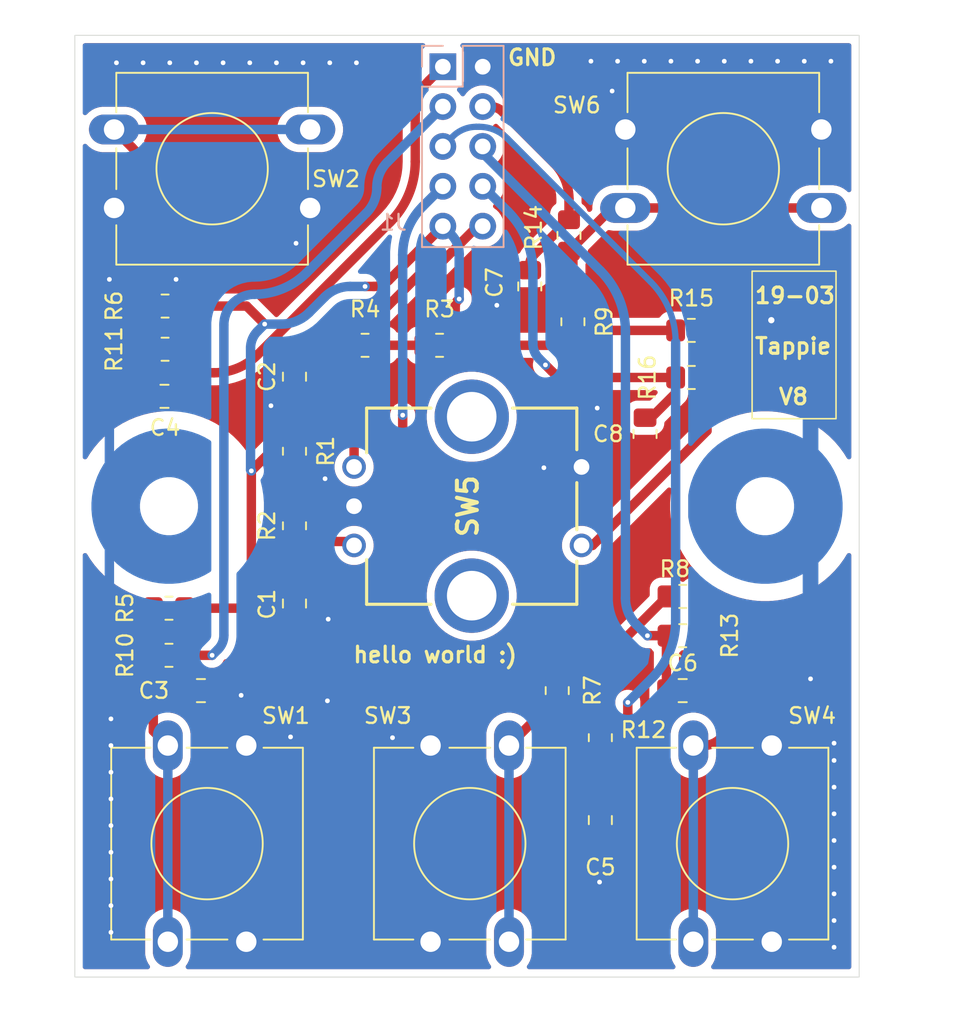
<source format=kicad_pcb>
(kicad_pcb (version 20241229) (generator "pcbnew") (generator_version "9.0")
  (title_block (comment 4 "AISLER Project ID: YIWGWVPE"))
  (layers (0 "F.Cu" signal) (2 "B.Cu" signal) (13 "F.Paste" user) (15 "B.Paste" user) (5 "F.SilkS" user "F.Silkscreen") (7 "B.SilkS" user "B.Silkscreen") (1 "F.Mask" user) (3 "B.Mask" user) (25 "Edge.Cuts" user))
  (net 0 "")
  (net 1 "Net-(R10-Pad1)")
  (net 2 "Net-(R11-Pad1)")
  (net 3 "Net-(R12-Pad1)")
  (net 4 "Net-(R13-Pad1)")
  (net 7 "Net-(R14-Pad1)")
  (net 8 "Net-(R1-Pad2)")
  (net 9 "Net-(R3-Pad2)")
  (net 10 "GND")
  (net 11 "+5V")
  (net 12 "/SW1 Port")
  (net 13 "/SW2 Port")
  (net 14 "/SW3 Port")
  (net 15 "/SW4 Port")
  (net 16 "/SW6 Port")
  (net 17 "/B1 Port")
  (net 18 "/A1 Port")
  (net 19 "/Encode")
  (net 20 "Net-(SW5-NO)")
  (footprint "Resistor_SMD:R_0805_2012Metric_Pad1.20x1.40mm_HandSolder" (layer "F.Cu") (at 91.8 61.8)
    (property "Reference" "R15" (at 0 -2.05 0) (layer "F.SilkS"))
    (property "Value" "1K")
    (pad "1" smd roundrect (at -1 0) (size 1.2 1.4) (layers "F.Cu" "F.Mask" "F.Paste") (roundrect_rratio 0.208333) (net 11 "+5V"))
    (pad "2" smd roundrect (at 1 0) (size 1.2 1.4) (layers "F.Cu" "F.Mask" "F.Paste") (roundrect_rratio 0.208333) (net 20 "Net-(SW5-NO)"))
  )
  (footprint "Resistor_SMD:R_0805_2012Metric_Pad1.20x1.40mm_HandSolder" (layer "F.Cu") (at 91.25 78.75)
    (property "Reference" "R8" (at -0.5 -1.75 0) (layer "F.SilkS"))
    (property "Value" "1K")
    (pad "1" smd roundrect (at -1 0) (size 1.2 1.4) (layers "F.Cu" "F.Mask" "F.Paste") (roundrect_rratio 0.208333) (net 11 "+5V"))
    (pad "2" smd roundrect (at 1 0) (size 1.2 1.4) (layers "F.Cu" "F.Mask" "F.Paste") (roundrect_rratio 0.208333) (net 4 "Net-(R13-Pad1)"))
  )
  (footprint "Resistor_SMD:R_0805_2012Metric_Pad1.20x1.40mm_HandSolder" (layer "F.Cu") (at 66.5 74.25 -90)
    (property "Reference" "R2" (at 0 1.75 90) (layer "F.SilkS"))
    (property "Value" "10K")
    (pad "1" smd roundrect (at -1 0 270) (size 1.2 1.4) (layers "F.Cu" "F.Mask" "F.Paste") (roundrect_rratio 0.208333) (net 8 "Net-(R1-Pad2)"))
    (pad "2" smd roundrect (at 1 0 270) (size 1.2 1.4) (layers "F.Cu" "F.Mask" "F.Paste") (roundrect_rratio 0.208333) (net 17 "/B1 Port"))
  )
  (footprint "MountingHole:MountingHole_3.2mm_M3" (layer "F.Cu") (at 58.5 73)
    (property "Reference" "REF**" (hide yes))
    (property "Value" "MountingHole_3.2mm_M3")
    (pad "" np_thru_hole circle (at 0 0) (size 3.2 3.2) (drill 3.2) (layers "*.Cu" "*.Mask"))
  )
  (footprint "Resistor_SMD:R_0805_2012Metric_Pad1.20x1.40mm_HandSolder" (layer "F.Cu") (at 58.5 82.5)
    (property "Reference" "R10" (at -2.8 0 90) (layer "F.SilkS"))
    (property "Value" "10K")
    (pad "1" smd roundrect (at -1 0) (size 1.2 1.4) (layers "F.Cu" "F.Mask" "F.Paste") (roundrect_rratio 0.208333) (net 1 "Net-(R10-Pad1)"))
    (pad "2" smd roundrect (at 1 0) (size 1.2 1.4) (layers "F.Cu" "F.Mask" "F.Paste") (roundrect_rratio 0.208333) (net 12 "/SW1 Port"))
  )
  (footprint "Capacitor_SMD:C_0805_2012Metric_Pad1.18x1.45mm_HandSolder" (layer "F.Cu") (at 88.85 68.4 -90)
    (property "Reference" "C8" (at 0 2.35 0) (layer "F.SilkS"))
    (property "Value" "1μF")
    (pad "1" smd roundrect (at -1.0375 0 270) (size 1.175 1.45) (layers "F.Cu" "F.Mask" "F.Paste") (roundrect_rratio 0.212766) (net 19 "/Encode"))
    (pad "2" smd roundrect (at 1.0375 0 270) (size 1.175 1.45) (layers "F.Cu" "F.Mask" "F.Paste") (roundrect_rratio 0.212766) (net 10 "GND"))
  )
  (footprint "Resistor_SMD:R_0805_2012Metric_Pad1.20x1.40mm_HandSolder" (layer "F.Cu") (at 91.8 64.8 180)
    (property "Reference" "R16" (at 2.8 0 90) (layer "F.SilkS"))
    (property "Value" "10K")
    (pad "1" smd roundrect (at -1 0 180) (size 1.2 1.4) (layers "F.Cu" "F.Mask" "F.Paste") (roundrect_rratio 0.208333) (net 20 "Net-(SW5-NO)"))
    (pad "2" smd roundrect (at 1 0 180) (size 1.2 1.4) (layers "F.Cu" "F.Mask" "F.Paste") (roundrect_rratio 0.208333) (net 19 "/Encode"))
  )
  (footprint "Capacitor_SMD:C_0805_2012Metric_Pad1.18x1.45mm_HandSolder" (layer "F.Cu") (at 91.25 84.75)
    (property "Reference" "C6" (at 0 -1.75 180) (layer "F.SilkS"))
    (property "Value" "1μF")
    (pad "1" smd roundrect (at -1.0375 0) (size 1.175 1.45) (layers "F.Cu" "F.Mask" "F.Paste") (roundrect_rratio 0.212766) (net 15 "/SW4 Port"))
    (pad "2" smd roundrect (at 1.0375 0) (size 1.175 1.45) (layers "F.Cu" "F.Mask" "F.Paste") (roundrect_rratio 0.212766) (net 10 "GND"))
  )
  (footprint "Resistor_SMD:R_0805_2012Metric_Pad1.20x1.40mm_HandSolder" (layer "F.Cu") (at 86 87.75 -90)
    (property "Reference" "R12" (at -0.5 -2.75 180) (layer "F.SilkS"))
    (property "Value" "10K")
    (pad "1" smd roundrect (at -1 0 270) (size 1.2 1.4) (layers "F.Cu" "F.Mask" "F.Paste") (roundrect_rratio 0.208333) (net 3 "Net-(R12-Pad1)"))
    (pad "2" smd roundrect (at 1 0 270) (size 1.2 1.4) (layers "F.Cu" "F.Mask" "F.Paste") (roundrect_rratio 0.208333) (net 14 "/SW3 Port"))
  )
  (footprint "Resistor_SMD:R_0805_2012Metric_Pad1.20x1.40mm_HandSolder" (layer "F.Cu") (at 58.25 63)
    (property "Reference" "R11" (at -3.25 0 90) (layer "F.SilkS"))
    (property "Value" "10K")
    (pad "1" smd roundrect (at -1 0) (size 1.2 1.4) (layers "F.Cu" "F.Mask" "F.Paste") (roundrect_rratio 0.208333) (net 2 "Net-(R11-Pad1)"))
    (pad "2" smd roundrect (at 1 0) (size 1.2 1.4) (layers "F.Cu" "F.Mask" "F.Paste") (roundrect_rratio 0.208333) (net 13 "/SW2 Port"))
  )
  (footprint "Resistor_SMD:R_0805_2012Metric_Pad1.20x1.40mm_HandSolder" (layer "F.Cu") (at 83.25 84.75 -90)
    (property "Reference" "R7" (at 0 -2.25 90) (layer "F.SilkS"))
    (property "Value" "1K")
    (pad "1" smd roundrect (at -1 0 270) (size 1.2 1.4) (layers "F.Cu" "F.Mask" "F.Paste") (roundrect_rratio 0.208333) (net 11 "+5V"))
    (pad "2" smd roundrect (at 1 0 270) (size 1.2 1.4) (layers "F.Cu" "F.Mask" "F.Paste") (roundrect_rratio 0.208333) (net 3 "Net-(R12-Pad1)"))
  )
  (footprint "SamacSys_Parts:SW_PUSH-12mm3D" (layer "F.Cu") (at 58.426751 100.75 90)
    (property "Reference" "SW1" (at 14.4 7.523249 0) (layer "F.SilkS"))
    (property "Value" "SW_Push")
    (pad "1" thru_hole oval (at 0 0 90) (size 3.2 1.9) (drill 1.3) (layers "*.Cu" "*.Mask") (net 1 "Net-(R10-Pad1)"))
    (pad "1" thru_hole oval (at 12.5 0 90) (size 3.2 1.9) (drill 1.3) (layers "*.Cu" "*.Mask") (net 1 "Net-(R10-Pad1)"))
    (pad "2" thru_hole oval (at 0 5 90) (size 3.2 1.9) (drill 1.3) (layers "*.Cu" "*.Mask") (net 10 "GND"))
    (pad "2" thru_hole oval (at 12.5 5 90) (size 3.2 1.9) (drill 1.3) (layers "*.Cu" "*.Mask") (net 10 "GND"))
  )
  (footprint "SamacSys_Parts:SW_PUSH-12mm3D" (layer "F.Cu") (at 55 49)
    (property "Reference" "SW2" (at 14.15 3.15 180) (layer "F.SilkS"))
    (property "Value" "SW_Push" (hide yes))
    (pad "1" thru_hole oval (at 0 0) (size 3.2 1.9) (drill 1.3) (layers "*.Cu" "*.Mask") (net 2 "Net-(R11-Pad1)"))
    (pad "1" thru_hole oval (at 12.5 0) (size 3.2 1.9) (drill 1.3) (layers "*.Cu" "*.Mask") (net 2 "Net-(R11-Pad1)"))
    (pad "2" thru_hole oval (at 0 5) (size 3.2 1.9) (drill 1.3) (layers "*.Cu" "*.Mask") (net 10 "GND"))
    (pad "2" thru_hole oval (at 12.5 5) (size 3.2 1.9) (drill 1.3) (layers "*.Cu" "*.Mask") (net 10 "GND"))
  )
  (footprint "Capacitor_SMD:C_0805_2012Metric_Pad1.18x1.45mm_HandSolder" (layer "F.Cu") (at 60.5375 84.75)
    (property "Reference" "C3" (at -3 0 0) (layer "F.SilkS"))
    (property "Value" "1μF")
    (pad "1" smd roundrect (at -1.0375 0) (size 1.175 1.45) (layers "F.Cu" "F.Mask" "F.Paste") (roundrect_rratio 0.212766) (net 12 "/SW1 Port"))
    (pad "2" smd roundrect (at 1.0375 0) (size 1.175 1.45) (layers "F.Cu" "F.Mask" "F.Paste") (roundrect_rratio 0.212766) (net 10 "GND"))
  )
  (footprint "Resistor_SMD:R_0805_2012Metric_Pad1.20x1.40mm_HandSolder" (layer "F.Cu") (at 84 55.75 90)
    (property "Reference" "R14" (at 0.5 -2.25 270) (layer "F.SilkS"))
    (property "Value" "10K")
    (pad "1" smd roundrect (at -1 0 90) (size 1.2 1.4) (layers "F.Cu" "F.Mask" "F.Paste") (roundrect_rratio 0.208333) (net 7 "Net-(R14-Pad1)"))
    (pad "2" smd roundrect (at 1 0 90) (size 1.2 1.4) (layers "F.Cu" "F.Mask" "F.Paste") (roundrect_rratio 0.208333) (net 16 "/SW6 Port"))
  )
  (footprint "SamacSys_Parts:PEC11R4215FS0024" (layer "F.Cu") (at 84.799846 70.5 -90)
    (property "Reference" "SW5" (at 2.5 7.25 270) (layer "F.SilkS") (effects (font (size 1.27 1.27) (thickness 0.254))))
    (property "Value" "RotaryEncoder_Switch_MP" (hide yes))
    (pad "1" thru_hole rect (at 0 0 270) (size 1.5 1.5) (drill 1) (layers "*.Cu" "*.Mask") (net 10 "GND"))
    (pad "2" thru_hole circle (at 5 0 270) (size 1.5 1.5) (drill 1) (layers "*.Cu" "*.Mask") (net 20 "Net-(SW5-NO)"))
    (pad "A1" thru_hole circle (at 0 14.5 270) (size 1.5 1.5) (drill 1) (layers "*.Cu" "*.Mask") (net 18 "/A1 Port"))
    (pad "B1" thru_hole circle (at 5 14.5 270) (size 1.5 1.5) (drill 1) (layers "*.Cu" "*.Mask") (net 17 "/B1 Port"))
    (pad "C1" thru_hole circle (at 2.5 14.5 270) (size 1.5 1.5) (drill 1) (layers "*.Cu" "*.Mask") (net 10 "GND"))
    (pad "MH1" thru_hole circle (at -3.2 7 270) (size 4.74 4.74) (drill 3.16) (layers "*.Cu" "*.Mask"))
    (pad "MH2" thru_hole circle (at 8.2 7 270) (size 4.74 4.74) (drill 3.16) (layers "*.Cu" "*.Mask"))
  )
  (footprint "SamacSys_Parts:SW_PUSH-12mm3D" (layer "F.Cu") (at 91.926751 100.75 90)
    (property "Reference" "SW4" (at 14.4 7.573249 180) (layer "F.SilkS"))
    (property "Value" "SW_Push")
    (pad "1" thru_hole oval (at 0 0 90) (size 3.2 1.9) (drill 1.3) (layers "*.Cu" "*.Mask") (net 4 "Net-(R13-Pad1)"))
    (pad "1" thru_hole oval (at 12.5 0 90) (size 3.2 1.9) (drill 1.3) (layers "*.Cu" "*.Mask") (net 4 "Net-(R13-Pad1)"))
    (pad "2" thru_hole oval (at 0 5 90) (size 3.2 1.9) (drill 1.3) (layers "*.Cu" "*.Mask") (net 10 "GND"))
    (pad "2" thru_hole oval (at 12.5 5 90) (size 3.2 1.9) (drill 1.3) (layers "*.Cu" "*.Mask") (net 10 "GND"))
  )
  (footprint "Capacitor_SMD:C_0805_2012Metric_Pad1.18x1.45mm_HandSolder" (layer "F.Cu") (at 81.5 59 -90)
    (property "Reference" "C7" (at -0.25 2.25 90) (layer "F.SilkS"))
    (property "Value" "1μF")
    (pad "1" smd roundrect (at -1.0375 0 270) (size 1.175 1.45) (layers "F.Cu" "F.Mask" "F.Paste") (roundrect_rratio 0.212766) (net 16 "/SW6 Port"))
    (pad "2" smd roundrect (at 1.0375 0 270) (size 1.175 1.45) (layers "F.Cu" "F.Mask" "F.Paste") (roundrect_rratio 0.212766) (net 10 "GND"))
  )
  (footprint "Capacitor_SMD:C_0805_2012Metric_Pad1.18x1.45mm_HandSolder" (layer "F.Cu") (at 58.2125 66 180)
    (property "Reference" "C4" (at -0.0375 -2 180) (layer "F.SilkS"))
    (property "Value" "1μF")
    (pad "1" smd roundrect (at -1.0375 0 180) (size 1.175 1.45) (layers "F.Cu" "F.Mask" "F.Paste") (roundrect_rratio 0.212766) (net 13 "/SW2 Port"))
    (pad "2" smd roundrect (at 1.0375 0 180) (size 1.175 1.45) (layers "F.Cu" "F.Mask" "F.Paste") (roundrect_rratio 0.212766) (net 10 "GND"))
  )
  (footprint "Resistor_SMD:R_0805_2012Metric_Pad1.20x1.40mm_HandSolder" (layer "F.Cu") (at 75.75 62.75 180)
    (property "Reference" "R3" (at 0 2.3 0) (layer "F.SilkS"))
    (property "Value" "10K")
    (pad "1" smd roundrect (at -1 0 180) (size 1.2 1.4) (layers "F.Cu" "F.Mask" "F.Paste") (roundrect_rratio 0.208333) (net 11 "+5V"))
    (pad "2" smd roundrect (at 1 0 180) (size 1.2 1.4) (layers "F.Cu" "F.Mask" "F.Paste") (roundrect_rratio 0.208333) (net 9 "Net-(R3-Pad2)"))
  )
  (footprint "SamacSys_Parts:SW_PUSH-12mm3D" (layer "F.Cu") (at 80.176751 88.25 -90)
    (property "Reference" "SW3" (at -1.9 7.726751 0) (layer "F.SilkS"))
    (property "Value" "SW_Push")
    (pad "1" thru_hole oval (at 0 0 270) (size 3.2 1.9) (drill 1.3) (layers "*.Cu" "*.Mask") (net 3 "Net-(R12-Pad1)"))
    (pad "1" thru_hole oval (at 12.5 0 270) (size 3.2 1.9) (drill 1.3) (layers "*.Cu" "*.Mask") (net 3 "Net-(R12-Pad1)"))
    (pad "2" thru_hole oval (at 0 5 270) (size 3.2 1.9) (drill 1.3) (layers "*.Cu" "*.Mask") (net 10 "GND"))
    (pad "2" thru_hole oval (at 12.5 5 270) (size 3.2 1.9) (drill 1.3) (layers "*.Cu" "*.Mask") (net 10 "GND"))
  )
  (footprint "SamacSys_Parts:SW_PUSH-12mm3D" (layer "F.Cu") (at 87.590441 49)
    (property "Reference" "SW6" (at -3.090441 -1.55 0) (layer "F.SilkS"))
    (property "Value" "SW_Push" (hide yes))
    (pad "1" thru_hole oval (at 0 0) (size 3.2 1.9) (drill 1.3) (layers "*.Cu" "*.Mask") (net 10 "GND"))
    (pad "1" thru_hole oval (at 12.5 0) (size 3.2 1.9) (drill 1.3) (layers "*.Cu" "*.Mask") (net 10 "GND"))
    (pad "2" thru_hole oval (at 0 5) (size 3.2 1.9) (drill 1.3) (layers "*.Cu" "*.Mask") (net 7 "Net-(R14-Pad1)"))
    (pad "2" thru_hole oval (at 12.5 5) (size 3.2 1.9) (drill 1.3) (layers "*.Cu" "*.Mask") (net 7 "Net-(R14-Pad1)"))
  )
  (footprint "Resistor_SMD:R_0805_2012Metric_Pad1.20x1.40mm_HandSolder" (layer "F.Cu") (at 71 62.75 180)
    (property "Reference" "R4" (at 0 2.3 0) (layer "F.SilkS"))
    (property "Value" "10K")
    (pad "1" smd roundrect (at -1 0 180) (size 1.2 1.4) (layers "F.Cu" "F.Mask" "F.Paste") (roundrect_rratio 0.208333) (net 9 "Net-(R3-Pad2)"))
    (pad "2" smd roundrect (at 1 0 180) (size 1.2 1.4) (layers "F.Cu" "F.Mask" "F.Paste") (roundrect_rratio 0.208333) (net 18 "/A1 Port"))
  )
  (footprint "Resistor_SMD:R_0805_2012Metric_Pad1.20x1.40mm_HandSolder" (layer "F.Cu") (at 66.5 69.5 -90)
    (property "Reference" "R1" (at 0 -2 90) (layer "F.SilkS"))
    (property "Value" "10K")
    (pad "1" smd roundrect (at -1 0 270) (size 1.2 1.4) (layers "F.Cu" "F.Mask" "F.Paste") (roundrect_rratio 0.208333) (net 11 "+5V"))
    (pad "2" smd roundrect (at 1 0 270) (size 1.2 1.4) (layers "F.Cu" "F.Mask" "F.Paste") (roundrect_rratio 0.208333) (net 8 "Net-(R1-Pad2)"))
  )
  (footprint "MountingHole:MountingHole_3.2mm_M3" (layer "F.Cu") (at 96.5 73)
    (property "Reference" "REF**" (hide yes))
    (property "Value" "MountingHole_3.2mm_M3")
    (pad "" np_thru_hole circle (at 0 0) (size 3.2 3.2) (drill 3.2) (layers "*.Cu" "*.Mask"))
  )
  (footprint "Resistor_SMD:R_0805_2012Metric_Pad1.20x1.40mm_HandSolder" (layer "F.Cu") (at 58.5 79.5)
    (property "Reference" "R5" (at -2.8 0 90) (layer "F.SilkS"))
    (property "Value" "1K")
    (pad "1" smd roundrect (at -1 0) (size 1.2 1.4) (layers "F.Cu" "F.Mask" "F.Paste") (roundrect_rratio 0.208333) (net 1 "Net-(R10-Pad1)"))
    (pad "2" smd roundrect (at 1 0) (size 1.2 1.4) (layers "F.Cu" "F.Mask" "F.Paste") (roundrect_rratio 0.208333) (net 11 "+5V"))
  )
  (footprint "Resistor_SMD:R_0805_2012Metric_Pad1.20x1.40mm_HandSolder" (layer "F.Cu") (at 84.25 61.25 90)
    (property "Reference" "R9" (at 0 2 90) (layer "F.SilkS"))
    (property "Value" "1K")
    (pad "1" smd roundrect (at -1 0 90) (size 1.2 1.4) (layers "F.Cu" "F.Mask" "F.Paste") (roundrect_rratio 0.208333) (net 11 "+5V"))
    (pad "2" smd roundrect (at 1 0 90) (size 1.2 1.4) (layers "F.Cu" "F.Mask" "F.Paste") (roundrect_rratio 0.208333) (net 7 "Net-(R14-Pad1)"))
  )
  (footprint "Capacitor_SMD:C_0805_2012Metric_Pad1.18x1.45mm_HandSolder" (layer "F.Cu") (at 86 93 -90)
    (property "Reference" "C5" (at 3 0 180) (layer "F.SilkS"))
    (property "Value" "1μF")
    (pad "1" smd roundrect (at -1.0375 0 270) (size 1.175 1.45) (layers "F.Cu" "F.Mask" "F.Paste") (roundrect_rratio 0.212766) (net 14 "/SW3 Port"))
    (pad "2" smd roundrect (at 1.0375 0 270) (size 1.175 1.45) (layers "F.Cu" "F.Mask" "F.Paste") (roundrect_rratio 0.212766) (net 10 "GND"))
  )
  (footprint "Resistor_SMD:R_0805_2012Metric_Pad1.20x1.40mm_HandSolder" (layer "F.Cu") (at 91.25 81.25 180)
    (property "Reference" "R13" (at -3 0 90) (layer "F.SilkS"))
    (property "Value" "10K")
    (pad "1" smd roundrect (at -1 0 180) (size 1.2 1.4) (layers "F.Cu" "F.Mask" "F.Paste") (roundrect_rratio 0.208333) (net 4 "Net-(R13-Pad1)"))
    (pad "2" smd roundrect (at 1 0 180) (size 1.2 1.4) (layers "F.Cu" "F.Mask" "F.Paste") (roundrect_rratio 0.208333) (net 15 "/SW4 Port"))
  )
  (footprint "Capacitor_SMD:C_0805_2012Metric_Pad1.18x1.45mm_HandSolder" (layer "F.Cu") (at 66.5 79.2 90)
    (property "Reference" "C1" (at -0.05 -1.75 90) (layer "F.SilkS"))
    (property "Value" "10nF")
    (pad "1" smd roundrect (at -1.0375 0 90) (size 1.175 1.45) (layers "F.Cu" "F.Mask" "F.Paste") (roundrect_rratio 0.212766) (net 10 "GND"))
    (pad "2" smd roundrect (at 1.0375 0 90) (size 1.175 1.45) (layers "F.Cu" "F.Mask" "F.Paste") (roundrect_rratio 0.212766) (net 17 "/B1 Port"))
  )
  (footprint "Capacitor_SMD:C_0805_2012Metric_Pad1.18x1.45mm_HandSolder" (layer "F.Cu") (at 66.5 64.75 -90)
    (property "Reference" "C2" (at 0 1.75 90) (layer "F.SilkS"))
    (property "Value" "10nF")
    (pad "1" smd roundrect (at -1.0375 0 270) (size 1.175 1.45) (layers "F.Cu" "F.Mask" "F.Paste") (roundrect_rratio 0.212766) (net 18 "/A1 Port"))
    (pad "2" smd roundrect (at 1.0375 0 270) (size 1.175 1.45) (layers "F.Cu" "F.Mask" "F.Paste") (roundrect_rratio 0.212766) (net 10 "GND"))
  )
  (footprint "Resistor_SMD:R_0805_2012Metric_Pad1.20x1.40mm_HandSolder" (layer "F.Cu") (at 58.25 60.25 180)
    (property "Reference" "R6" (at 3.25 0 90) (layer "F.SilkS"))
    (property "Value" "1K")
    (pad "1" smd roundrect (at -1 0 180) (size 1.2 1.4) (layers "F.Cu" "F.Mask" "F.Paste") (roundrect_rratio 0.208333) (net 11 "+5V"))
    (pad "2" smd roundrect (at 1 0 180) (size 1.2 1.4) (layers "F.Cu" "F.Mask" "F.Paste") (roundrect_rratio 0.208333) (net 2 "Net-(R11-Pad1)"))
  )
  (footprint "Connector_PinHeader_2.54mm:PinHeader_2x05_P2.54mm_Vertical" (layer "B.Cu") (at 78.96 45 180)
    (property "Reference" "J1" (at 6.16 -9.925 0) (layer "B.SilkS") (effects (justify mirror)))
    (property "Value" "HeaderPins")
    (pad "1" thru_hole rect (at 3 0 180) (size 1.7 1.7) (drill 1) (layers "*.Cu" "*.Mask") (net 13 "/SW2 Port"))
    (pad "2" thru_hole oval (at 0.46 0 180) (size 1.7 1.7) (drill 1) (layers "*.Cu" "*.Mask") (net 10 "GND"))
    (pad "3" thru_hole oval (at 3 -2.54 180) (size 1.7 1.7) (drill 1) (layers "*.Cu" "*.Mask") (net 12 "/SW1 Port"))
    (pad "4" thru_hole oval (at 0.46 -2.54 180) (size 1.7 1.7) (drill 1) (layers "*.Cu" "*.Mask") (net 16 "/SW6 Port"))
    (pad "5" thru_hole oval (at 3 -5.08 180) (size 1.7 1.7) (drill 1) (layers "*.Cu" "*.Mask") (net 14 "/SW3 Port"))
    (pad "6" thru_hole oval (at 0.46 -5.08 180) (size 1.7 1.7) (drill 1) (layers "*.Cu" "*.Mask") (net 15 "/SW4 Port"))
    (pad "7" thru_hole oval (at 3 -7.62 180) (size 1.7 1.7) (drill 1) (layers "*.Cu" "*.Mask") (net 17 "/B1 Port"))
    (pad "8" thru_hole oval (at 0.46 -7.62 180) (size 1.7 1.7) (drill 1) (layers "*.Cu" "*.Mask") (net 19 "/Encode"))
    (pad "9" thru_hole oval (at 3 -10.16 180) (size 1.7 1.7) (drill 1) (layers "*.Cu" "*.Mask") (net 11 "+5V"))
    (pad "10" thru_hole oval (at 0.46 -10.16 180) (size 1.7 1.7) (drill 1) (layers "*.Cu" "*.Mask") (net 18 "/A1 Port"))
  )
  (gr_rect (start 95.675 58.026056) (end 101.025 67.426056) (stroke (width 0.1)) (fill no) (layer "F.SilkS"))
  (gr_rect (start 52.5 43) (end 102.5 103) (stroke (width 0.05)) (fill no) (layer "Edge.Cuts"))
  (gr_text "19-03\n\nTappie\n\n  V8" (at 95.751191 66.609944 0) (layer "F.SilkS") (effects (font (size 1 1) (thickness 0.2) (bold yes)) (justify left bottom)))
  (gr_text "hello world :)" (at 70.15 83.05 0) (layer "F.SilkS") (effects (font (size 1 1) (thickness 0.2) (bold yes)) (justify left bottom)))
  (gr_text "GND" (at 80 45 0) (layer "F.SilkS") (effects (font (size 1 1) (thickness 0.2) (bold yes)) (justify left bottom)))
  (segment (start 57.5 82.5) (end 57.5 87.323249) (width 0.6) (layer "F.Cu") (net 1))
  (segment (start 57.5 82.5) (end 57.5 79.5) (width 0.6) (layer "F.Cu") (net 1))
  (segment (start 57.5 87.323249) (end 58.426751 88.25) (width 0.6) (layer "F.Cu") (net 1))
  (segment (start 58.426751 88.25) (end 58.426751 100.75) (width 0.6) (layer "B.Cu") (net 1))
  (segment (start 57.25 60.25) (end 57.25 52.84099) (width 0.6) (layer "F.Cu") (net 2))
  (segment (start 57.25 60.25) (end 57.25 63) (width 0.6) (layer "F.Cu") (net 2))
  (segment (start 55 49) (end 56.125 50.125) (width 0.6) (layer "F.Cu") (net 2))
  (arc (start 56.125 50.125) (mid 56.957622 51.371106) (end 57.25 52.84099) (width 0.6) (layer "F.Cu") (net 2))
  (segment (start 55 49) (end 67.5 49) (width 0.6) (layer "B.Cu") (net 2))
  (segment (start 85.441941 86.191941) (end 86 86.75) (width 0.6) (layer "F.Cu") (net 3))
  (segment (start 83.213375 85.75) (end 84.375 85.75) (width 0.6) (layer "F.Cu") (net 3))
  (segment (start 80.176751 88.25) (end 82.2973 86.12945) (width 0.6) (layer "F.Cu") (net 3))
  (arc (start 83.213375 85.75) (mid 82.717598 85.848615) (end 82.2973 86.12945) (width 0.6) (layer "F.Cu") (net 3))
  (arc (start 85.441941 86.191941) (mid 84.952424 85.864856) (end 84.375 85.75) (width 0.6) (layer "F.Cu") (net 3))
  (segment (start 80.176751 88.25) (end 80.176751 100.75) (width 0.6) (layer "B.Cu") (net 3))
  (segment (start 92.25 78.75) (end 92.25 81.25) (width 0.6) (layer "F.Cu") (net 4))
  (segment (start 92.563375 88.25) (end 91.926751 88.25) (width 0.6) (layer "F.Cu") (net 4))
  (segment (start 92.25 81.25) (end 93.025 81.25) (width 0.6) (layer "F.Cu") (net 4))
  (segment (start 93.650161 87.799838) (end 95.585788 85.864212) (width 0.6) (layer "F.Cu") (net 4))
  (segment (start 94.348007 81.798007) (end 95.585788 83.035787) (width 0.6) (layer "F.Cu") (net 4))
  (arc (start 95.585788 83.035787) (mid 96.171574 84.449999) (end 95.585788 85.864212) (width 0.6) (layer "F.Cu") (net 4))
  (arc (start 93.650161 87.799838) (mid 93.151539 88.133006) (end 92.563375 88.25) (width 0.6) (layer "F.Cu") (net 4))
  (arc (start 94.348007 81.798007) (mid 93.741006 81.392422) (end 93.025 81.25) (width 0.6) (layer "F.Cu") (net 4))
  (segment (start 91.926751 88.25) (end 91.926751 100.75) (width 0.6) (layer "B.Cu") (net 4))
  (segment (start 87.17022 54) (end 87.590441 54) (width 0.6) (layer "F.Cu") (net 7))
  (segment (start 87.5 54) (end 100.090441 54) (width 0.6) (layer "F.Cu") (net 7))
  (segment (start 86.452859 54.29714) (end 84.125 56.625) (width 0.6) (layer "F.Cu") (net 7))
  (segment (start 84.25 57.176776) (end 84.25 60.25) (width 0.6) (layer "F.Cu") (net 7))
  (arc (start 84.125 56.875) (mid 84.217513 57.013456) (end 84.25 57.176776) (width 0.6) (layer "F.Cu") (net 7))
  (arc (start 84.125 56.625) (mid 84.073223 56.75) (end 84.125 56.875) (width 0.6) (layer "F.Cu") (net 7))
  (arc (start 87.17022 54) (mid 86.781987 54.077224) (end 86.452859 54.29714) (width 0.6) (layer "F.Cu") (net 7))
  (segment (start 66.5 70.5) (end 66.5 73.25) (width 0.6) (layer "F.Cu") (net 8))
  (segment (start 74.75 62.75) (end 72 62.75) (width 0.6) (layer "F.Cu") (net 9))
  (segment (start 93.8 84.7) (end 93.775 84.725) (width 0.6) (layer "F.Cu") (net 10))
  (segment (start 93.714644 84.75) (end 92.2875 84.75) (width 0.6) (layer "F.Cu") (net 10))
  (segment (start 86.0065 94.044) (end 86 94.0375) (width 0.6) (layer "F.Cu") (net 10))
  (via (at 95.6 44.65) (size 0.6) (drill 0.3) (layers "F.Cu" "B.Cu") (net 10))
  (via (at 86.75 46.55) (size 0.6) (drill 0.3) (layers "F.Cu" "B.Cu") (net 10))
  (via (at 54.8 95.05) (size 0.6) (drill 0.3) (layers "F.Cu" "B.Cu") (net 10))
  (via (at 100.9 88.1) (size 0.6) (drill 0.3) (layers "F.Cu" "B.Cu") (net 10))
  (via (at 54.8 93.35) (size 0.6) (drill 0.3) (layers "F.Cu" "B.Cu") (net 10))
  (via (at 66.25 87.7) (size 0.6) (drill 0.3) (layers "F.Cu" "B.Cu") (net 10))
  (via (at 54.8 86.55) (size 0.6) (drill 0.3) (layers "F.Cu" "B.Cu") (net 10))
  (via (at 56.85 44.75) (size 0.6) (drill 0.3) (layers "F.Cu" "B.Cu") (net 10))
  (via (at 99 44.65) (size 0.6) (drill 0.3) (layers "F.Cu" "B.Cu") (net 10))
  (via (at 100.9 90.9) (size 0.6) (drill 0.3) (layers "F.Cu" "B.Cu") (net 10))
  (via (at 54.8 88.25) (size 0.6) (drill 0.3) (layers "F.Cu" "B.Cu") (net 10))
  (via (at 88.8 44.65) (size 0.6) (drill 0.3) (layers "F.Cu" "B.Cu") (net 10))
  (via (at 100.9 94.3) (size 0.6) (drill 0.3) (layers "F.Cu" "B.Cu") (net 10))
  (via (at 54.7 58.55) (size 0.6) (drill 0.3) (layers "F.Cu" "B.Cu") (net 10))
  (via (at 100.9 92.6) (size 0.6) (drill 0.3) (layers "F.Cu" "B.Cu") (net 10))
  (via (at 82.4 70.55) (size 0.6) (drill 0.3) (layers "F.Cu" "B.Cu") (net 10))
  (via (at 61.95 44.75) (size 0.6) (drill 0.3) (layers "F.Cu" "B.Cu") (net 10))
  (via (at 97.3 44.65) (size 0.6) (drill 0.3) (layers "F.Cu" "B.Cu") (net 10))
  (via (at 67.05 44.75) (size 0.6) (drill 0.3) (layers "F.Cu" "B.Cu") (net 10))
  (via (at 85.4 44.65) (size 0.6) (drill 0.3) (layers "F.Cu" "B.Cu") (net 10))
  (via (at 58.95 58.55) (size 0.6) (drill 0.3) (layers "F.Cu" "B.Cu") (net 10))
  (via (at 68.6 85.4) (size 0.6) (drill 0.3) (layers "F.Cu" "B.Cu") (net 10))
  (via (at 63.65 44.75) (size 0.6) (drill 0.3) (layers "F.Cu" "B.Cu") (net 10))
  (via (at 54.8 96.75) (size 0.6) (drill 0.3) (layers "F.Cu" "B.Cu") (net 10))
  (via (at 99.4 84) (size 0.6) (drill 0.3) (layers "F.Cu" "B.Cu") (net 10))
  (via (at 100.9 99.4) (size 0.6) (drill 0.3) (layers "F.Cu" "B.Cu") (net 10))
  (via (at 68.75 44.75) (size 0.6) (drill 0.3) (layers "F.Cu" "B.Cu") (net 10))
  (via (at 54.8 89.95) (size 0.6) (drill 0.3) (layers "F.Cu" "B.Cu") (net 10))
  (via (at 85.8 66.75) (size 0.6) (drill 0.3) (layers "F.Cu" "B.Cu") (net 10))
  (via (at 96.9 61.15) (size 0.8) (drill 0.4) (layers "F.Cu" "B.Cu") (net 10))
  (via (at 90.5 44.65) (size 0.6) (drill 0.3) (layers "F.Cu" "B.Cu") (net 10))
  (via (at 100.9 101.1) (size 0.6) (drill 0.3) (layers "F.Cu" "B.Cu") (net 10))
  (via (at 54.8 100.15) (size 0.6) (drill 0.3) (layers "F.Cu" "B.Cu") (net 10))
  (via (at 72.75 87.75) (size 0.6) (drill 0.3) (layers "F.Cu" "B.Cu") (net 10))
  (via (at 100.9 97.7) (size 0.6) (drill 0.3) (layers "F.Cu" "B.Cu") (net 10))
  (via (at 54.8 91.65) (size 0.6) (drill 0.3) (layers "F.Cu" "B.Cu") (net 10))
  (via (at 68.65 80.2) (size 0.6) (drill 0.3) (layers "F.Cu" "B.Cu") (net 10))
  (via (at 63.1 85.05) (size 0.6) (drill 0.3) (layers "F.Cu" "B.Cu") (net 10))
  (via (at 65 66.6) (size 0.6) (drill 0.3) (layers "F.Cu" "B.Cu") (net 10))
  (via (at 87.1 44.65) (size 0.6) (drill 0.3) (layers "F.Cu" "B.Cu") (net 10))
  (via (at 58.55 44.75) (size 0.6) (drill 0.3) (layers "F.Cu" "B.Cu") (net 10))
  (via (at 66.6 56.25) (size 0.6) (drill 0.3) (layers "F.Cu" "B.Cu") (net 10))
  (via (at 70.45 44.75) (size 0.6) (drill 0.3) (layers "F.Cu" "B.Cu") (net 10))
  (via (at 60.25 44.75) (size 0.6) (drill 0.3) (layers "F.Cu" "B.Cu") (net 10))
  (via (at 100.7 44.65) (size 0.6) (drill 0.3) (layers "F.Cu" "B.Cu") (net 10))
  (via (at 54.8 98.45) (size 0.6) (drill 0.3) (layers "F.Cu" "B.Cu") (net 10))
  (via (at 100.9 96) (size 0.6) (drill 0.3) (layers "F.Cu" "B.Cu") (net 10))
  (via (at 68.45 71.25) (size 0.6) (drill 0.3) (layers "F.Cu" "B.Cu") (net 10))
  (via (at 55.15 44.75) (size 0.6) (drill 0.3) (layers "F.Cu" "B.Cu") (net 10))
  (via (at 93.9 44.65) (size 0.6) (drill 0.3) (layers "F.Cu" "B.Cu") (net 10))
  (via (at 92.2 44.65) (size 0.6) (drill 0.3) (layers "F.Cu" "B.Cu") (net 10))
  (via (at 100.9 89.2) (size 0.6) (drill 0.3) (layers "F.Cu" "B.Cu") (net 10))
  (via (at 79.4 60.2) (size 0.6) (drill 0.3) (layers "F.Cu" "B.Cu") (net 10))
  (via (at 85.95 96.95) (size 0.6) (drill 0.3) (layers "F.Cu" "B.Cu") (net 10))
  (via (at 65.35 44.75) (size 0.6) (drill 0.3) (layers "F.Cu" "B.Cu") (net 10))
  (arc (start 93.775 84.725) (mid 93.747308 84.743502) (end 93.714644 84.75) (width 0.6) (layer "F.Cu") (net 10))
  (segment (start 96.9 61.15) (end 99.4 63.65) (width 1) (layer "B.Cu") (net 10))
  (segment (start 54.7 86.45) (end 54.8 86.55) (width 0.6) (layer "B.Cu") (net 10))
  (segment (start 100.090441 49) (end 95.8 53.290441) (width 1) (layer "B.Cu") (net 10))
  (segment (start 99.4 63.65) (end 99.4 84) (width 1) (layer "B.Cu") (net 10))
  (segment (start 95.8 60.05) (end 96.9 61.15) (width 1) (layer "B.Cu") (net 10))
  (segment (start 95.8 53.290441) (end 95.8 60.05) (width 1) (layer "B.Cu") (net 10))
  (segment (start 54.7 58.55) (end 54.7 86.45) (width 0.6) (layer "B.Cu") (net 10))
  (arc (start 96.926751 88.438375) (mid 96.871576 88.305173) (end 96.738375 88.25) (width 0.6) (layer "B.Cu") (net 10))
  (arc (start 96.416798 88.116798) (mid 96.564338 88.215381) (end 96.738375 88.25) (width 0.6) (layer "B.Cu") (net 10))
  (segment (start 85.318198 61.8) (end 90.8 61.8) (width 0.6) (layer "F.Cu") (net 11))
  (segment (start 63.75 70.75) (end 63.75 78.75) (width 0.6) (layer "F.Cu") (net 11))
  (segment (start 66.25 68.5) (end 66.5 68.5) (width 0.6) (layer "F.Cu") (net 11))
  (segment (start 71.56 59) (end 71 59) (width 0.6) (layer "F.Cu") (net 11))
  (segment (start 63.45 60.25) (end 64.6 61.4) (width 0.6) (layer "F.Cu") (net 11))
  (segment (start 85.25 83.75) (end 69.503963 83.75) (width 0.6) (layer "F.Cu") (net 11))
  (segment (start 76.75 62.75) (end 83.193081 62.75) (width 0.6) (layer "F.Cu") (net 11))
  (segment (start 65.656207 82.156207) (end 63 79.5) (width 0.6) (layer "F.Cu") (net 11))
  (segment (start 77 59.8) (end 76.875 59.925) (width 0.6) (layer "F.Cu") (net 11))
  (segment (start 63.75 70.75) (end 65.823223 68.676776) (width 0.6) (layer "F.Cu") (net 11))
  (segment (start 84.656066 62.143933) (end 84.774999 62.024999) (width 0.6) (layer "F.Cu") (net 11))
  (segment (start 59.25 60.25) (end 63.45 60.25) (width 0.6) (layer "F.Cu") (net 11))
  (segment (start 63.75 78.75) (end 63 79.5) (width 0.6) (layer "F.Cu") (net 11))
  (segment (start 76.75 60.226776) (end 76.75 62.75) (width 0.6) (layer "F.Cu") (net 11))
  (segment (start 90.25 78.75) (end 85.25 83.75) (width 0.6) (layer "F.Cu") (net 11))
  (segment (start 72.515979 58.60402) (end 75.96 55.16) (width 0.6) (layer "F.Cu") (net 11))
  (segment (start 63 79.5) (end 59.5 79.5) (width 0.6) (layer "F.Cu") (net 11))
  (via (at 63.75 70.75) (size 0.6) (drill 0.3) (layers "F.Cu" "B.Cu") (net 11))
  (via (at 64.6 61.4) (size 0.6) (drill 0.3) (layers "F.Cu" "B.Cu") (net 11))
  (via (at 77 59.8) (size 0.6) (drill 0.3) (layers "F.Cu" "B.Cu") (net 11))
  (via (at 71 59) (size 0.6) (drill 0.3) (layers "F.Cu" "B.Cu") (net 11))
  (arc (start 84.143933 62.356066) (mid 84.261403 62.27756) (end 84.4 62.25) (width 0.6) (layer "F.Cu") (net 11))
  (arc (start 76.875 59.925) (mid 76.782486 60.063456) (end 76.75 60.226776) (width 0.6) (layer "F.Cu") (net 11))
  (arc (start 84.774999 62.024999) (mid 85.024221 61.858475) (end 85.318198 61.8) (width 0.6) (layer "F.Cu") (net 11))
  (arc (start 72.515979 58.60402) (mid 72.077372 58.897088) (end 71.56 59) (width 0.6) (layer "F.Cu") (net 11))
  (arc (start 83.193081 62.75) (mid 83.707609 62.647653) (end 84.143933 62.356066) (width 0.6) (layer "F.Cu") (net 11))
  (arc (start 69.503963 83.75) (mid 67.421572 83.335786) (end 65.656207 82.156207) (width 0.6) (layer "F.Cu") (net 11))
  (arc (start 84.4 62.25) (mid 84.538581 62.222434) (end 84.656066 62.143933) (width 0.6) (layer "F.Cu") (net 11))
  (arc (start 66.25 68.5) (mid 66.01903 68.545942) (end 65.823223 68.676776) (width 0.6) (layer "F.Cu") (net 11))
  (segment (start 77 59.8) (end 77 56.935391) (width 0.6) (layer "B.Cu") (net 11))
  (segment (start 70.05 59) (end 71 59) (width 0.6) (layer "B.Cu") (net 11))
  (segment (start 63.75 70.75) (end 63.725 70.725) (width 0.6) (layer "B.Cu") (net 11))
  (segment (start 63.7 62.936396) (end 63.7 70.664644) (width 0.6) (layer "B.Cu") (net 11))
  (segment (start 76.48 55.68) (end 75.96 55.16) (width 0.6) (layer "B.Cu") (net 11))
  (segment (start 64.15 61.85) (end 64.6 61.4) (width 0.6) (layer "B.Cu") (net 11))
  (segment (start 65.65 61.4) (end 64.6 61.4) (width 0.6) (layer "B.Cu") (net 11))
  (segment (start 68.428248 59.671751) (end 67.442462 60.657537) (width 0.6) (layer "B.Cu") (net 11))
  (arc (start 70.05 59) (mid 69.172314 59.174582) (end 68.428248 59.671751) (width 0.6) (layer "B.Cu") (net 11))
  (arc (start 67.442462 60.657537) (mid 66.620073 61.20704) (end 65.65 61.4) (width 0.6) (layer "B.Cu") (net 11))
  (arc (start 76.48 55.68) (mid 76.864856 56.255978) (end 77 56.935391) (width 0.6) (layer "B.Cu") (net 11))
  (arc (start 64.15 61.85) (mid 63.816951 62.348442) (end 63.7 62.936396) (width 0.6) (layer "B.Cu") (net 11))
  (arc (start 63.7 70.664644) (mid 63.706497 70.697308) (end 63.725 70.725) (width 0.6) (layer "B.Cu") (net 11))
  (segment (start 59.5 84.75) (end 59.5 82.5) (width 0.6) (layer "F.Cu") (net 12))
  (segment (start 61.25 82.5) (end 59.5 82.5) (width 0.6) (layer "F.Cu") (net 12))
  (via (at 61.25 82.5) (size 0.6) (drill 0.3) (layers "F.Cu" "B.Cu") (net 12))
  (segment (start 61.25 82.5) (end 61.625 82.125) (width 0.6) (layer "B.Cu") (net 12))
  (segment (start 72.421751 51.078248) (end 75.96 47.54) (width 0.6) (layer "B.Cu") (net 12))
  (segment (start 62 81.219669) (end 62 61.45) (width 0.6) (layer "B.Cu") (net 12))
  (segment (start 71.078248 54.321751) (end 67.278858 58.121141) (width 0.6) (layer "B.Cu") (net 12))
  (arc (start 71.75 52.7) (mid 71.575417 53.577685) (end 71.078248 54.321751) (width 0.6) (layer "B.Cu") (net 12))
  (arc (start 72.421751 51.078248) (mid 71.924582 51.822314) (end 71.75 52.7) (width 0.6) (layer "B.Cu") (net 12))
  (arc (start 62 81.219669) (mid 61.90254 81.70963) (end 61.625 82.125) (width 0.6) (layer "B.Cu") (net 12))
  (arc (start 63.95 59.5) (mid 62.571141 60.071141) (end 62 61.45) (width 0.6) (layer "B.Cu") (net 12))
  (arc (start 67.278858 58.121141) (mid 65.751565 59.141646) (end 63.95 59.5) (width 0.6) (layer "B.Cu") (net 12))
  (segment (start 60.103553 63.853553) (end 59.25 63) (width 0.6) (layer "F.Cu") (net 13))
  (segment (start 61.375 64.5) (end 60.103553 64.5) (width 0.6) (layer "F.Cu") (net 13))
  (segment (start 75.08 45.88) (end 75.96 45) (width 0.6) (layer "F.Cu") (net 13))
  (segment (start 60.103553 64.5) (end 60.103553 63.853553) (width 0.6) (layer "F.Cu") (net 13))
  (segment (start 60.103553 64.5) (end 60.103553 65.146447) (width 0.6) (layer "F.Cu") (net 13))
  (segment (start 60.103553 65.146447) (end 59.25 66) (width 0.6) (layer "F.Cu") (net 13))
  (segment (start 74.2 48.004507) (end 74.2 51.046036) (width 0.6) (layer "F.Cu") (net 13))
  (segment (start 64.149048 63.350951) (end 72.606207 54.893792) (width 0.6) (layer "F.Cu") (net 13))
  (arc (start 74.2 51.046036) (mid 73.785786 53.128426) (end 72.606207 54.893792) (width 0.6) (layer "F.Cu") (net 13))
  (arc (start 64.149048 63.350951) (mid 62.876304 64.201371) (end 61.375 64.5) (width 0.6) (layer "F.Cu") (net 13))
  (arc (start 75.08 45.88) (mid 74.428704 46.854732) (end 74.2 48.004507) (width 0.6) (layer "F.Cu") (net 13))
  (segment (start 86 88.75) (end 86 91.9625) (width 0.6) (layer "F.Cu") (net 14))
  (segment (start 86 88.75) (end 87.219669 87.53033) (width 0.6) (layer "F.Cu") (net 14))
  (segment (start 87.75 86.25) (end 87.75 85.5) (width 0.6) (layer "F.Cu") (net 14))
  (via (at 87.75 85.5) (size 0.6) (drill 0.3) (layers "F.Cu" "B.Cu") (net 14))
  (arc (start 87.75 86.25) (mid 87.612171 86.942909) (end 87.219669 87.53033) (width 0.6) (layer "F.Cu") (net 14))
  (segment (start 76.5855 49.4545) (end 75.96 50.08) (width 0.4) (layer "B.Cu") (net 14))
  (segment (start 89.206207 58.706207) (end 80.077826 49.577826) (width 0.4) (layer "B.Cu") (net 14))
  (segment (start 89.275 83.975) (end 87.75 85.5) (width 0.6) (layer "B.Cu") (net 14))
  (segment (start 78.09559 48.829) (end 78.27 48.829) (width 0.4) (layer "B.Cu") (net 14))
  (segment (start 90.8 62.553963) (end 90.8 80.293324) (width 0.6) (layer "B.Cu") (net 14))
  (arc (start 90.8 80.293324) (mid 90.403665 82.285832) (end 89.275 83.975) (width 0.6) (layer "B.Cu") (net 14))
  (arc (start 89.206207 58.706207) (mid 90.385786 60.471572) (end 90.8 62.553963) (width 0.4) (layer "B.Cu") (net 14))
  (arc (start 80.077826 49.577826) (mid 79.248388 49.023613) (end 78.27 48.829) (width 0.4) (layer "B.Cu") (net 14))
  (arc (start 78.09559 48.829) (mid 77.278335 48.991562) (end 76.5855 49.4545) (width 0.4) (layer "B.Cu") (net 14))
  (segment (start 90.223483 81.25) (end 89 81.25) (width 0.6) (layer "F.Cu") (net 15))
  (segment (start 90.2125 81.314016) (end 90.2125 84.75) (width 0.6) (layer "F.Cu") (net 15))
  (via (at 89 81.25) (size 0.6) (drill 0.3) (layers "F.Cu" "B.Cu") (net 15))
  (arc (start 90.23125 81.26875) (mid 90.23363 81.25678) (end 90.223483 81.25) (width 0.6) (layer "F.Cu") (net 15))
  (arc (start 90.23125 81.26875) (mid 90.217372 81.289518) (end 90.2125 81.314016) (width 0.6) (layer "F.Cu") (net 15))
  (segment (start 87.6 78.86005) (end 87.6 61.853963) (width 0.6) (layer "B.Cu") (net 15))
  (segment (start 88.3 80.55) (end 89 81.25) (width 0.6) (layer "B.Cu") (net 15))
  (segment (start 78.5 50.29) (end 78.5 50.08) (width 0.6) (layer "B.Cu") (net 15))
  (segment (start 86.006207 58.006207) (end 78.648492 50.648492) (width 0.6) (layer "B.Cu") (net 15))
  (arc (start 87.6 78.86005) (mid 87.781924 79.774644) (end 88.3 80.55) (width 0.6) (layer "B.Cu") (net 15))
  (arc (start 86.006207 58.006207) (mid 87.185786 59.771572) (end 87.6 61.853963) (width 0.6) (layer "B.Cu") (net 15))
  (arc (start 78.5 50.29) (mid 78.538591 50.484014) (end 78.648492 50.648492) (width 0.6) (layer "B.Cu") (net 15))
  (segment (start 81.5 57.60625) (end 81.5 57.9625) (width 0.6) (layer "F.Cu") (net 16))
  (segment (start 84 53.425) (end 84 54.75) (width 0.6) (layer "F.Cu") (net 16))
  (segment (start 84 54.75) (end 81.751906 56.998093) (width 0.6) (layer "F.Cu") (net 16))
  (segment (start 78.97 47.54) (end 78.5 47.54) (width 0.6) (layer "F.Cu") (net 16))
  (segment (start 79.77234 47.87234) (end 83.063083 51.163083) (width 0.6) (layer "F.Cu") (net 16))
  (arc (start 79.77234 47.87234) (mid 79.404223 47.626372) (end 78.97 47.54) (width 0.6) (layer "F.Cu") (net 16))
  (arc (start 83.063083 51.163083) (mid 83.756503 52.200859) (end 84 53.425) (width 0.6) (layer "F.Cu") (net 16))
  (arc (start 81.751906 56.998093) (mid 81.565468 57.277117) (end 81.5 57.60625) (width 0.6) (layer "F.Cu") (net 16))
  (segment (start 73.4 76.860831) (end 73.4 67.2) (width 0.6) (layer "F.Cu") (net 17))
  (segment (start 66.5 75.25) (end 66.5 78.1625) (width 0.6) (layer "F.Cu") (net 17))
  (segment (start 69.873069 75.25) (end 66.5 75.25) (width 0.6) (layer "F.Cu") (net 17))
  (segment (start 70.174846 75.375) (end 70.299846 75.5) (width 0.6) (layer "F.Cu") (net 17))
  (segment (start 72.098331 78.1625) (end 66.5 78.1625) (width 0.6) (layer "F.Cu") (net 17))
  (via (at 73.4 67.2) (size 0.6) (drill 0.3) (layers "F.Cu" "B.Cu") (net 17))
  (arc (start 73.4 76.860831) (mid 73.300916 77.358958) (end 73.01875 77.78125) (width 0.6) (layer "F.Cu") (net 17))
  (arc (start 73.01875 77.78125) (mid 72.596458 78.063416) (end 72.098331 78.1625) (width 0.6) (layer "F.Cu") (net 17))
  (arc (start 70.174846 75.375) (mid 70.036389 75.282486) (end 69.873069 75.25) (width 0.6) (layer "F.Cu") (net 17))
  (segment (start 73.4 67.2) (end 73.4 56.990193) (width 0.6) (layer "B.Cu") (net 17))
  (segment (start 74.68 53.9) (end 75.96 52.62) (width 0.6) (layer "B.Cu") (net 17))
  (arc (start 74.68 53.9) (mid 73.732661 55.317792) (end 73.4 56.990193) (width 0.6) (layer "B.Cu") (net 17))
  (segment (start 70.299846 63.511869) (end 70.299846 70.5) (width 0.6) (layer "F.Cu") (net 18))
  (segment (start 78.335 55.16) (end 78.5 55.16) (width 0.6) (layer "F.Cu") (net 18))
  (segment (start 78.053327 55.276672) (end 75.752738 57.577261) (width 0.6) (layer "F.Cu") (net 18))
  (segment (start 70 62.725) (end 70 62.775) (width 0.6) (layer "F.Cu") (net 18))
  (segment (start 68.64309 62.75) (end 69.975 62.75) (width 0.6) (layer "F.Cu") (net 18))
  (segment (start 70 62.875) (end 70 62.775) (width 0.6) (layer "F.Cu") (net 18))
  (segment (start 74.677261 58.022738) (end 70.017677 62.682322) (width 0.6) (layer "F.Cu") (net 18))
  (segment (start 67.48125 63.23125) (end 67 63.7125) (width 0.6) (layer "F.Cu") (net 18))
  (segment (start 70.088388 63.088388) (end 70.149923 63.149923) (width 0.6) (layer "F.Cu") (net 18))
  (arc (start 70.149923 63.149923) (mid 70.260882 63.315985) (end 70.299846 63.511869) (width 0.6) (layer "F.Cu") (net 18))
  (arc (start 75.752738 57.577261) (mid 75.506021 57.742112) (end 75.215 57.8) (width 0.6) (layer "F.Cu") (net 18))
  (arc (start 70 62.875) (mid 70.022971 62.990484) (end 70.088388 63.088388) (width 0.6) (layer "F.Cu") (net 18))
  (arc (start 69.975 62.75) (mid 69.992677 62.742677) (end 70 62.725) (width 0.6) (layer "F.Cu") (net 18))
  (arc (start 70 62.775) (mid 69.992677 62.757322) (end 69.975 62.75) (width 0.6) (layer "F.Cu") (net 18))
  (arc (start 68.64309 62.75) (mid 68.014306 62.875072) (end 67.48125 63.23125) (width 0.6) (layer "F.Cu") (net 18))
  (arc (start 78.335 55.16) (mid 78.182559 55.190322) (end 78.053327 55.276672) (width 0.6) (layer "F.Cu") (net 18))
  (arc (start 75.215 57.8) (mid 74.923977 57.857887) (end 74.677261 58.022738) (width 0.6) (layer "F.Cu") (net 18))
  (arc (start 70.017677 62.682322) (mid 70.004594 62.701902) (end 70 62.725) (width 0.6) (layer "F.Cu") (net 18))
  (segment (start 83.865685 64.8) (end 90.49375 64.8) (width 0.6) (layer "F.Cu") (net 19))
  (segment (start 88.85 67.3625) (end 89.2375 67.3625) (width 0.6) (layer "F.Cu") (net 19))
  (segment (start 89.2375 67.3625) (end 90.8 65.8) (width 0.6) (layer "F.Cu") (net 19))
  (segment (start 82.5 64) (end 82.9 64.4) (width 0.6) (layer "F.Cu") (net 19))
  (segment (start 90.8 65.8) (end 90.8 64.8) (width 0.6) (layer "F.Cu") (net 19))
  (via (at 82.5 64) (size 0.6) (drill 0.3) (layers "F.Cu" "B.Cu") (net 19))
  (arc (start 82.9 64.4) (mid 83.34306 64.696043) (end 83.865685 64.8) (width 0.6) (layer "F.Cu") (net 19))
  (segment (start 80.106207 54.226207) (end 78.5 52.62) (width 0.6) (layer "B.Cu") (net 19))
  (segment (start 82.1 63.6) (end 82.5 64) (width 0.6) (layer "B.Cu") (net 19))
  (segment (start 81.7 62.634314) (end 81.7 58.073963) (width 0.6) (layer "B.Cu") (net 19))
  (arc (start 80.106207 54.226207) (mid 81.285786 55.991572) (end 81.7 58.073963) (width 0.6) (layer "B.Cu") (net 19))
  (arc (start 81.7 62.634314) (mid 81.803956 63.156939) (end 82.1 63.6) (width 0.6) (layer "B.Cu") (net 19))
  (segment (start 84.799846 75.5) (end 85.5 75.5) (width 0.6) (layer "F.Cu") (net 20))
  (segment (start 92.8 68.2) (end 92.8 64.8) (width 0.6) (layer "F.Cu") (net 20))
  (segment (start 85.5 75.5) (end 92.8 68.2) (width 0.6) (layer "F.Cu") (net 20))
  (segment (start 92.8 64.375735) (end 92.8 61.8) (width 0.6) (layer "F.Cu") (net 20))
  (arc (start 93.1 65.1) (mid 92.877967 64.767704) (end 92.8 64.375735) (width 0.6) (layer "F.Cu") (net 20))
  (zone (net 0) (net_name "") (layer "F.Cu") (name "GND") (connect_pads yes (clearance 0)) (min_thickness 0.3)
    (keepout (tracks allowed) (vias allowed) (pads allowed) (copperpour not_allowed) (footprints allowed))
    (fill (thermal_gap 0.5) (thermal_bridge_width 0.5))
    (polygon (pts (xy 62 82.75) (xy 65.25 82.75) (xy 61.25 78.75) (xy 59.25 79.25) (xy 58.25 79.25) (xy 58.25 80.25) (xy 60.25 80.25) (xy 60.25 81.75)))
  )
  (zone (net 10) (net_name "GND") (layer "F.Cu") (name "GND") (priority 3) (connect_pads yes (clearance 0.5)) (min_thickness 0.3) (fill yes (thermal_gap 0.5) (thermal_bridge_width 0.5) (smoothing chamfer) (radius 0.6))
    (polygon (pts (xy 47.726496 40.75) (xy 108.75 40.75) (xy 108.75 106) (xy 48.284188 106)))
  )
  (zone (net 0) (net_name "") (layer "F.Cu") (name "GND") (connect_pads yes (clearance 0)) (min_thickness 0.3)
    (keepout (tracks allowed) (vias allowed) (pads allowed) (copperpour not_allowed) (footprints allowed))
    (fill (thermal_gap 0.5) (thermal_bridge_width 0.5))
    (polygon (pts (xy 65.5 79.5) (xy 65.2 80.6) (xy 61.5 77.5) (xy 61.5 77) (xy 64.25 74.25) (xy 64.25 71) (xy 65.25 70) (xy 65.75 71) (xy 66 71.75) (xy 65.5 73) (xy 65.75 73.75) (xy 65.5 74.75) (xy 65.5 75.5) (xy 66 76.25) (xy 66 76.75) (xy 65.5 77.75)))
  )
  (zone (net 0) (net_name "") (layer "F.Cu") (name "GND") (connect_pads yes (clearance 0)) (min_thickness 0.3)
    (keepout (tracks allowed) (vias allowed) (pads allowed) (copperpour not_allowed) (footprints allowed))
    (fill (thermal_gap 0.5) (thermal_bridge_width 0.5))
    (polygon (pts (xy 88.35 81.05) (xy 89.35 80.6) (xy 91.6 80.35) (xy 91.5 78.55) (xy 89.45 78.8) (xy 87.506224 80.79777) (xy 88.631898 81.989659)))
  )
  (zone (net 0) (net_name "") (layer "B.Cu") (name "Smallislandremove") (connect_pads (clearance 0)) (min_thickness 0.3)
    (keepout (tracks allowed) (vias allowed) (pads allowed) (copperpour not_allowed) (footprints allowed))
    (fill (thermal_gap 0.5) (thermal_bridge_width 0.5))
    (polygon (pts (xy 79.4 50.6) (xy 87.9 59.4) (xy 88 79.5) (xy 89.4 81) (xy 89 83.3) (xy 90.2 82.5) (xy 90.4 60.7) (xy 79.9 50.1)))
  )
  (zone (net 0) (net_name "") (layer "B.Cu") (name "smallisland") (connect_pads (clearance 0)) (min_thickness 0.3)
    (keepout (tracks allowed) (vias allowed) (pads allowed) (copperpour not_allowed) (footprints allowed))
    (fill (thermal_gap 0.5) (thermal_bridge_width 0.5))
    (polygon (pts (xy 62.6 70.7) (xy 63.25 70.7) (xy 63.15 62.1) (xy 64.15 61.15) (xy 65.9 61.05) (xy 70.2 58.4) (xy 74.8 53) (xy 75.4 51.3) (xy 74.5 49.75) (xy 72.35 51.8) (xy 72.15 53.65) (xy 66.1 59.9) (xy 62.4 60)))
  )
  (zone (net 10) (net_name "GND") (layer "B.Cu") (name "GND") (connect_pads yes (clearance 0.5)) (min_thickness 0.3) (fill yes (thermal_gap 0.5) (thermal_bridge_width 0.5) (smoothing chamfer) (radius 0.6))
    (polygon (pts (xy 105.75 104.75) (xy 50.358984 104.75) (xy 49.82266 42) (xy 105.75 42)))
    (polygon (pts (xy 74.5 43.5) (xy 80.5 43.5) (xy 83.5 43.5) (xy 78 43.5)))
  )
)
</source>
